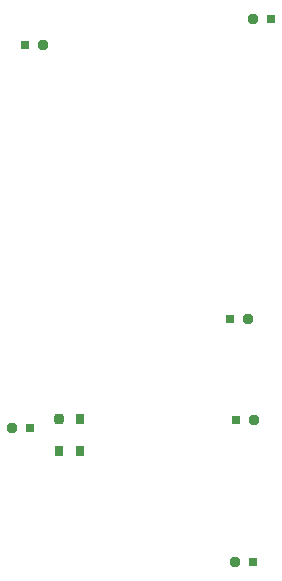
<source format=gbp>
G04*
G04 #@! TF.GenerationSoftware,Altium Limited,Altium Designer,20.1.8 (145)*
G04*
G04 Layer_Color=128*
%FSLAX25Y25*%
%MOIN*%
G70*
G04*
G04 #@! TF.SameCoordinates,DC3DFF13-D98B-404C-8633-9541E25296ED*
G04*
G04*
G04 #@! TF.FilePolarity,Positive*
G04*
G01*
G75*
%ADD11R,0.03150X0.03150*%
G04:AMPARAMS|DCode=12|XSize=31.5mil|YSize=31.5mil|CornerRadius=7.87mil|HoleSize=0mil|Usage=FLASHONLY|Rotation=180.000|XOffset=0mil|YOffset=0mil|HoleType=Round|Shape=RoundedRectangle|*
%AMROUNDEDRECTD12*
21,1,0.03150,0.01575,0,0,180.0*
21,1,0.01575,0.03150,0,0,180.0*
1,1,0.01575,-0.00787,0.00787*
1,1,0.01575,0.00787,0.00787*
1,1,0.01575,0.00787,-0.00787*
1,1,0.01575,-0.00787,-0.00787*
%
%ADD12ROUNDEDRECTD12*%
G04:AMPARAMS|DCode=35|XSize=33.47mil|YSize=31.5mil|CornerRadius=7.87mil|HoleSize=0mil|Usage=FLASHONLY|Rotation=270.000|XOffset=0mil|YOffset=0mil|HoleType=Round|Shape=RoundedRectangle|*
%AMROUNDEDRECTD35*
21,1,0.03347,0.01575,0,0,270.0*
21,1,0.01772,0.03150,0,0,270.0*
1,1,0.01575,-0.00787,-0.00886*
1,1,0.01575,-0.00787,0.00886*
1,1,0.01575,0.00787,0.00886*
1,1,0.01575,0.00787,-0.00886*
%
%ADD35ROUNDEDRECTD35*%
%ADD36R,0.03150X0.03347*%
D11*
X191142Y40157D02*
D03*
X185630Y87401D02*
D03*
X115157Y212598D02*
D03*
X197244Y221260D02*
D03*
X183465Y121260D02*
D03*
X116755Y84875D02*
D03*
D12*
X185236Y40157D02*
D03*
X191535Y87401D02*
D03*
X121063Y212598D02*
D03*
X191339Y221260D02*
D03*
X189370Y121260D02*
D03*
X110850Y84875D02*
D03*
D35*
X126378Y87918D02*
D03*
D36*
X133465D02*
D03*
X126378Y77092D02*
D03*
X133465D02*
D03*
M02*

</source>
